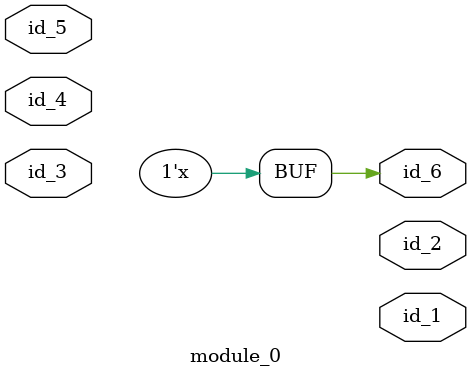
<source format=v>
module module_0 (
    id_1,
    id_2,
    id_3,
    id_4,
    id_5,
    id_6
);
  output id_6;
  input id_5;
  input id_4;
  input id_3;
  output id_2;
  output id_1;
  initial id_6 <= id_4[1];
endmodule

</source>
